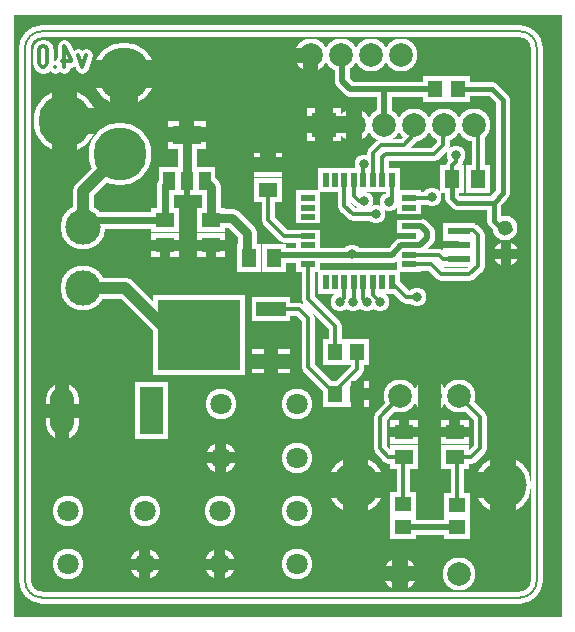
<source format=gbr>
%FSLAX34Y34*%
%MOMM*%
%LNCOPPER_BOTTOM*%
G71*
G01*
%ADD10C,5.300*%
%ADD11C,3.800*%
%ADD12C,2.800*%
%ADD13C,4.800*%
%ADD14C,1.118*%
%ADD15R,2.200X2.100*%
%ADD16R,2.400X2.100*%
%ADD17C,1.100*%
%ADD18C,2.800*%
%ADD19R,2.070X1.359*%
%ADD20R,1.359X2.070*%
%ADD21C,1.610*%
%ADD22C,1.300*%
%ADD23R,2.100X2.400*%
%ADD24R,2.700X1.400*%
%ADD25C,1.200*%
%ADD26C,2.100*%
%ADD27R,2.100X2.200*%
%ADD28R,7.800X6.800*%
%ADD29R,3.340X2.070*%
%ADD30R,1.800X2.400*%
%ADD31R,3.200X2.400*%
%ADD32C,1.600*%
%ADD33C,1.400*%
%ADD34C,1.000*%
%ADD35C,1.800*%
%ADD36C,2.600*%
%ADD37C,2.370*%
%ADD38C,2.145*%
%ADD39C,2.000*%
%ADD40C,1.320*%
%ADD41C,2.187*%
%ADD42C,2.147*%
%ADD43C,0.871*%
%ADD44C,1.260*%
%ADD45C,0.559*%
%ADD46C,1.447*%
%ADD47C,1.427*%
%ADD48C,0.600*%
%ADD49C,0.845*%
%ADD50C,1.232*%
%ADD51C,1.057*%
%ADD52C,0.500*%
%ADD53C,1.269*%
%ADD54C,0.930*%
%ADD55C,4.500*%
%ADD56C,3.000*%
%ADD57C,2.000*%
%ADD58C,4.000*%
%ADD59C,0.318*%
%ADD60R,1.400X1.300*%
%ADD61R,1.600X1.300*%
%ADD62C,0.300*%
%ADD63R,1.270X0.559*%
%ADD64R,0.559X1.270*%
%ADD65C,0.810*%
%ADD66R,1.300X1.600*%
%ADD67R,1.900X0.600*%
%ADD68C,0.400*%
%ADD69C,1.300*%
%ADD70R,1.300X1.400*%
%ADD71R,7.000X6.000*%
%ADD72R,2.540X1.270*%
%ADD73R,1.000X1.600*%
%ADD74R,2.400X1.600*%
%ADD75C,0.800*%
%ADD76C,0.200*%
%ADD77C,1.800*%
%LPD*%
G36*
X-9524Y493572D02*
X454476Y493572D01*
X454476Y-16428D01*
X-9524Y-16428D01*
X-9524Y493572D01*
G37*
%LPC*%
X80486Y375347D02*
G54D10*
D03*
X83661Y443609D02*
G54D10*
D03*
X48956Y262092D02*
G54D11*
D03*
X48956Y314092D02*
G54D11*
D03*
X33651Y403582D02*
G54D10*
D03*
X367517Y170289D02*
G54D12*
D03*
X317517Y170289D02*
G54D12*
D03*
X342517Y170289D02*
G54D12*
D03*
X367517Y20289D02*
G54D12*
D03*
X317517Y20289D02*
G54D12*
D03*
X405018Y95289D02*
G54D13*
D03*
X280018Y95289D02*
G54D13*
D03*
G54D14*
X51909Y459519D02*
X48354Y449519D01*
X44798Y459519D01*
G54D14*
X33243Y449519D02*
X33243Y467297D01*
X38576Y456185D01*
X38576Y453963D01*
X31465Y453963D01*
G54D14*
X25243Y449519D02*
X25243Y449519D01*
G54D14*
X11910Y463963D02*
X11910Y452852D01*
X12799Y450630D01*
X14577Y449519D01*
X16355Y449519D01*
X18132Y450630D01*
X19021Y452852D01*
X19021Y463963D01*
X18132Y466185D01*
X16355Y467297D01*
X14577Y467297D01*
X12799Y466185D01*
X11910Y463963D01*
X365702Y59406D02*
G54D15*
D03*
X365702Y78406D02*
G54D15*
D03*
X320061Y59803D02*
G54D15*
D03*
X320061Y78803D02*
G54D15*
D03*
X320855Y118938D02*
G54D16*
D03*
X320855Y140319D02*
G54D16*
D03*
X363718Y118938D02*
G54D16*
D03*
X363718Y140319D02*
G54D16*
D03*
G54D17*
X320061Y78803D02*
X320061Y118144D01*
X320855Y118938D01*
G54D18*
X31058Y168141D02*
X31058Y148141D01*
G36*
X121057Y182141D02*
X121057Y134141D01*
X93057Y134141D01*
X93057Y182141D01*
X121057Y182141D01*
G37*
X318254Y458963D02*
G54D12*
D03*
X292854Y458963D02*
G54D12*
D03*
X267454Y458963D02*
G54D12*
D03*
X242055Y458962D02*
G54D12*
D03*
X325442Y338218D02*
G54D19*
D03*
X325442Y330217D02*
G54D19*
D03*
X325443Y322216D02*
G54D19*
D03*
X325442Y314215D02*
G54D19*
D03*
X325443Y306214D02*
G54D19*
D03*
X325442Y298213D02*
G54D19*
D03*
X325442Y290212D02*
G54D19*
D03*
X325442Y282211D02*
G54D19*
D03*
X239590Y282211D02*
G54D19*
D03*
X239590Y290212D02*
G54D19*
D03*
X239590Y298213D02*
G54D19*
D03*
X239590Y306214D02*
G54D19*
D03*
X239591Y314215D02*
G54D19*
D03*
X239590Y322216D02*
G54D19*
D03*
X239590Y330217D02*
G54D19*
D03*
X239590Y338218D02*
G54D19*
D03*
X254526Y353153D02*
G54D20*
D03*
X262527Y353153D02*
G54D20*
D03*
X270528Y353153D02*
G54D20*
D03*
X278529Y353153D02*
G54D20*
D03*
X286530Y353153D02*
G54D20*
D03*
X294531Y353153D02*
G54D20*
D03*
X302532Y353153D02*
G54D20*
D03*
X310533Y353153D02*
G54D20*
D03*
X310533Y267301D02*
G54D20*
D03*
X302532Y267301D02*
G54D20*
D03*
X294531Y267301D02*
G54D20*
D03*
X286530Y267301D02*
G54D20*
D03*
X278529Y267301D02*
G54D20*
D03*
X270528Y267301D02*
G54D20*
D03*
X262527Y267301D02*
G54D20*
D03*
X254526Y267301D02*
G54D20*
D03*
G36*
X239180Y386214D02*
X239180Y414214D01*
X267180Y414214D01*
X267180Y386214D01*
X239180Y386214D01*
G37*
X278579Y400214D02*
G54D12*
D03*
X303980Y400213D02*
G54D12*
D03*
X329380Y400213D02*
G54D12*
D03*
X354780Y400213D02*
G54D12*
D03*
X380180Y400213D02*
G54D12*
D03*
X277246Y290580D02*
G54D21*
D03*
G54D22*
X329411Y314215D02*
X335685Y314215D01*
X340746Y309154D01*
X340746Y304059D01*
X334844Y298156D01*
X318572Y298156D01*
X310634Y290219D01*
X243559Y290212D01*
X361882Y354512D02*
G54D23*
D03*
X383263Y354512D02*
G54D23*
D03*
G54D17*
X383263Y354512D02*
X383263Y397130D01*
X380180Y400213D01*
X286771Y367177D02*
G54D21*
D03*
G54D17*
X286530Y353153D02*
X286530Y366936D01*
X286771Y367177D01*
G54D17*
X294531Y355137D02*
X294531Y376509D01*
X301506Y383484D01*
X320953Y383484D01*
X328890Y391422D01*
X328890Y400915D01*
X329380Y401403D01*
G54D17*
X302532Y350375D02*
X302532Y372604D01*
X305475Y375547D01*
X346353Y375547D01*
X354290Y383484D01*
X354290Y396946D01*
X354780Y397435D01*
X364558Y374718D02*
G54D21*
D03*
X367388Y286647D02*
G54D24*
D03*
X367388Y298553D02*
G54D24*
D03*
X367784Y310459D02*
G54D24*
D03*
G54D25*
X361882Y354512D02*
X361882Y338191D01*
X365800Y334272D01*
X396756Y334272D01*
X404694Y342210D01*
X404694Y421585D01*
X395566Y430713D01*
X366569Y430687D01*
G54D25*
X396756Y334272D02*
X396756Y319191D01*
X403900Y312047D01*
X410698Y312047D01*
X407074Y290616D02*
G54D26*
D03*
X406703Y312814D02*
G54D26*
D03*
X366569Y430687D02*
G54D27*
D03*
X347569Y430687D02*
G54D27*
D03*
X205808Y345088D02*
G54D16*
D03*
X205807Y366470D02*
G54D16*
D03*
X262378Y207924D02*
G54D27*
D03*
X281378Y207924D02*
G54D27*
D03*
X118336Y319551D02*
G54D16*
D03*
X118336Y298170D02*
G54D16*
D03*
X157428Y319551D02*
G54D16*
D03*
X157428Y298170D02*
G54D16*
D03*
X146964Y222187D02*
G54D28*
D03*
X208454Y244487D02*
G54D29*
D03*
X208454Y199986D02*
G54D29*
D03*
X281380Y172206D02*
G54D27*
D03*
X262380Y172206D02*
G54D27*
D03*
X152141Y352876D02*
G54D30*
D03*
X137042Y352876D02*
G54D30*
D03*
X121941Y352876D02*
G54D30*
D03*
X137042Y391776D02*
G54D31*
D03*
G54D32*
X137141Y359876D02*
X137141Y384876D01*
G54D33*
X118336Y319551D02*
X118336Y349270D01*
X121941Y352876D01*
G54D32*
X157428Y319551D02*
X157428Y347589D01*
X152141Y352876D01*
X189795Y287454D02*
G54D23*
D03*
X211176Y287454D02*
G54D23*
D03*
G54D34*
X14288Y479410D02*
X419085Y479412D01*
G54D34*
G75*
G01X14288Y479410D02*
G03X0Y465122I0J-14288D01*
G01*
G54D34*
G75*
G01X1Y14288D02*
G03X14289Y0I14288J0D01*
G01*
G54D34*
X0Y465122D02*
X1Y14288D01*
G54D34*
X14289Y0D02*
X419086Y0D01*
G54D34*
G75*
G01X419086Y0D02*
G03X433374Y14288I0J14288D01*
G01*
G54D34*
G75*
G01X433373Y465124D02*
G03X419085Y479412I-14288J0D01*
G01*
G54D34*
X433374Y14288D02*
X433373Y465124D01*
G54D35*
X48956Y307742D02*
X48956Y343816D01*
X77312Y372172D01*
G54D32*
X161956Y321226D02*
X175647Y321226D01*
X188120Y308754D01*
X188120Y289129D01*
X189795Y287454D01*
G54D17*
X365702Y78406D02*
X365702Y116953D01*
X363718Y118938D01*
G54D17*
X363718Y118938D02*
X377636Y118938D01*
X384997Y126299D01*
X384997Y152809D01*
X367517Y170289D01*
G54D17*
X321497Y118938D02*
X307579Y118938D01*
X300218Y126299D01*
X300218Y152809D01*
X317698Y170289D01*
X287338Y335741D02*
G54D21*
D03*
G54D22*
X347569Y430687D02*
X274942Y430687D01*
X268288Y437341D01*
X268288Y458129D01*
X267454Y458963D01*
G54D22*
X303980Y400213D02*
X303980Y428582D01*
X304801Y429404D01*
X296864Y324628D02*
G54D21*
D03*
G54D17*
X270528Y353153D02*
X270528Y331914D01*
X277814Y324628D01*
X296864Y324628D01*
G54D17*
X278529Y353153D02*
X278529Y339788D01*
X282576Y335741D01*
X288926Y335741D01*
G54D17*
X325442Y290212D02*
X350330Y290212D01*
X354014Y286528D01*
X367269Y286528D01*
X367388Y286647D01*
G54D17*
X325442Y282211D02*
X344044Y282211D01*
X352426Y273828D01*
X376223Y273828D01*
X383212Y280817D01*
X383212Y307336D01*
X379294Y311253D01*
X368578Y311253D01*
X367784Y310459D01*
X308247Y334509D02*
G54D21*
D03*
G54D17*
X310533Y353153D02*
X310533Y336795D01*
X308247Y334509D01*
G54D17*
X361882Y354512D02*
X361882Y365834D01*
X365126Y369078D01*
X365126Y374150D01*
X364558Y374718D01*
X344759Y339272D02*
G54D21*
D03*
G54D17*
X325442Y338218D02*
X343705Y338218D01*
X344759Y339272D01*
X266972Y250372D02*
G54D21*
D03*
X278084Y250372D02*
G54D21*
D03*
X289197Y250372D02*
G54D21*
D03*
X300309Y250372D02*
G54D21*
D03*
G54D17*
X270528Y267301D02*
X270528Y253928D01*
X266972Y250372D01*
G54D17*
X278529Y267301D02*
X278529Y250816D01*
X278084Y250372D01*
G54D17*
X286530Y267301D02*
X286530Y253039D01*
X289197Y250372D01*
G54D17*
X294531Y267301D02*
X294531Y256150D01*
X300309Y250372D01*
X331788Y254778D02*
G54D21*
D03*
G54D17*
X310533Y267301D02*
X310533Y266509D01*
X322264Y254778D01*
X331788Y254778D01*
X320061Y59803D02*
G54D21*
D03*
G54D22*
X320061Y59803D02*
X365305Y59803D01*
X365702Y59406D01*
X101537Y73010D02*
G54D36*
D03*
X36513Y73010D02*
G54D36*
D03*
X36513Y28001D02*
G54D36*
D03*
X101537Y28002D02*
G54D36*
D03*
X165100Y73010D02*
G54D36*
D03*
X230124Y73010D02*
G54D36*
D03*
X230124Y28001D02*
G54D36*
D03*
X165101Y28002D02*
G54D36*
D03*
X165562Y163468D02*
G54D36*
D03*
X230586Y163468D02*
G54D36*
D03*
X230586Y118459D02*
G54D36*
D03*
X165562Y118460D02*
G54D36*
D03*
G54D33*
X118336Y319551D02*
X54415Y319551D01*
X48956Y314092D01*
G54D35*
X48956Y262092D02*
X84834Y262092D01*
X124738Y222187D01*
G54D17*
X205808Y345088D02*
X205808Y319656D01*
X219075Y306388D01*
X239416Y306388D01*
X239590Y306214D01*
G54D22*
X239590Y290212D02*
X213934Y290212D01*
X211176Y287454D01*
G54D17*
X208454Y244487D02*
X231764Y244487D01*
X239712Y236538D01*
X239712Y194873D01*
X262380Y172206D01*
G54D17*
X262378Y207924D02*
X262378Y229748D01*
X239590Y252536D01*
X239590Y282211D01*
G54D17*
X262380Y172206D02*
X262380Y175068D01*
X280988Y193676D01*
X280988Y207533D01*
X281378Y207924D01*
%LPD*%
G54D37*
G36*
X83661Y455459D02*
X110661Y455459D01*
X110661Y431759D01*
X83661Y431759D01*
X83661Y455459D01*
G37*
G36*
X95511Y443609D02*
X95511Y416609D01*
X71811Y416609D01*
X71811Y443609D01*
X95511Y443609D01*
G37*
G36*
X83661Y431759D02*
X56661Y431759D01*
X56661Y455459D01*
X83661Y455459D01*
X83661Y431759D01*
G37*
G54D38*
G36*
X22926Y403582D02*
X22926Y430582D01*
X44376Y430582D01*
X44376Y403582D01*
X22926Y403582D01*
G37*
G36*
X33651Y414307D02*
X60651Y414307D01*
X60651Y392857D01*
X33651Y392857D01*
X33651Y414307D01*
G37*
G36*
X44376Y403582D02*
X44376Y376582D01*
X22926Y376582D01*
X22926Y403582D01*
X44376Y403582D01*
G37*
G54D39*
G36*
X352517Y170289D02*
X352517Y155789D01*
X332517Y155789D01*
X332517Y170289D01*
X352517Y170289D01*
G37*
G36*
X332517Y170289D02*
X332517Y184789D01*
X352517Y184789D01*
X352517Y170289D01*
X332517Y170289D01*
G37*
G54D40*
G36*
X324117Y20289D02*
X324117Y5789D01*
X310917Y5789D01*
X310917Y20289D01*
X324117Y20289D01*
G37*
G36*
X317517Y13689D02*
X303017Y13689D01*
X303017Y26889D01*
X317517Y26889D01*
X317517Y13689D01*
G37*
G36*
X310917Y20289D02*
X310917Y34789D01*
X324117Y34789D01*
X324117Y20289D01*
X310917Y20289D01*
G37*
G36*
X317517Y26889D02*
X332017Y26889D01*
X332017Y13689D01*
X317517Y13689D01*
X317517Y26889D01*
G37*
G54D41*
G36*
X415951Y95289D02*
X415951Y70789D01*
X394085Y70789D01*
X394085Y95289D01*
X415951Y95289D01*
G37*
G36*
X405018Y84355D02*
X380518Y84355D01*
X380518Y106222D01*
X405018Y106222D01*
X405018Y84355D01*
G37*
G36*
X394085Y95289D02*
X394085Y119789D01*
X415951Y119789D01*
X415951Y95289D01*
X394085Y95289D01*
G37*
G54D42*
G36*
X290752Y95289D02*
X290752Y70789D01*
X269285Y70789D01*
X269285Y95289D01*
X290752Y95289D01*
G37*
G36*
X280018Y84555D02*
X255518Y84555D01*
X255518Y106022D01*
X280018Y106022D01*
X280018Y84555D01*
G37*
G36*
X269285Y95289D02*
X269285Y119789D01*
X290752Y119789D01*
X290752Y95289D01*
X269285Y95289D01*
G37*
G36*
X280018Y106022D02*
X304518Y106022D01*
X304518Y84555D01*
X280018Y84555D01*
X280018Y106022D01*
G37*
G54D43*
G36*
X320855Y135964D02*
X308355Y135964D01*
X308355Y144674D01*
X320855Y144674D01*
X320855Y135964D01*
G37*
G36*
X316500Y140319D02*
X316500Y151319D01*
X325210Y151319D01*
X325210Y140319D01*
X316500Y140319D01*
G37*
G36*
X320855Y144674D02*
X333355Y144674D01*
X333355Y135964D01*
X320855Y135964D01*
X320855Y144674D01*
G37*
G54D43*
G36*
X363718Y135964D02*
X351218Y135964D01*
X351218Y144674D01*
X363718Y144674D01*
X363718Y135964D01*
G37*
G36*
X359362Y140319D02*
X359362Y151319D01*
X368072Y151319D01*
X368072Y140319D01*
X359362Y140319D01*
G37*
G36*
X363718Y144674D02*
X376218Y144674D01*
X376218Y135964D01*
X363718Y135964D01*
X363718Y144674D01*
G37*
G54D25*
G36*
X31058Y164141D02*
X45558Y164141D01*
X45558Y152141D01*
X31058Y152141D01*
X31058Y164141D01*
G37*
G36*
X37058Y158141D02*
X37058Y133641D01*
X25058Y133641D01*
X25058Y158141D01*
X37058Y158141D01*
G37*
G36*
X31058Y152141D02*
X16558Y152141D01*
X16558Y164141D01*
X31058Y164141D01*
X31058Y152141D01*
G37*
G36*
X25058Y158141D02*
X25058Y182641D01*
X37058Y182641D01*
X37058Y158141D01*
X25058Y158141D01*
G37*
G54D44*
G36*
X248355Y458962D02*
X248355Y444462D01*
X235755Y444462D01*
X235755Y458962D01*
X248355Y458962D01*
G37*
G36*
X242055Y452662D02*
X227555Y452662D01*
X227555Y465262D01*
X242055Y465262D01*
X242055Y452662D01*
G37*
G54D45*
G36*
X325443Y319422D02*
X314593Y319422D01*
X314593Y325010D01*
X325443Y325010D01*
X325443Y319422D01*
G37*
G36*
X325443Y325010D02*
X336293Y325010D01*
X336293Y319422D01*
X325443Y319422D01*
X325443Y325010D01*
G37*
G54D45*
G36*
X325443Y303420D02*
X314593Y303420D01*
X314593Y309008D01*
X325443Y309008D01*
X325443Y303420D01*
G37*
G54D45*
G36*
X239591Y311421D02*
X228741Y311421D01*
X228741Y317009D01*
X239591Y317009D01*
X239591Y311421D01*
G37*
G36*
X239591Y317009D02*
X250441Y317009D01*
X250441Y311421D01*
X239591Y311421D01*
X239591Y317009D01*
G37*
G54D46*
G36*
X253180Y392980D02*
X238680Y392980D01*
X238680Y407447D01*
X253180Y407447D01*
X253180Y392980D01*
G37*
G36*
X245947Y400214D02*
X245947Y414714D01*
X260413Y414714D01*
X260413Y400214D01*
X245947Y400214D01*
G37*
G36*
X253180Y407447D02*
X267680Y407447D01*
X267680Y392980D01*
X253180Y392980D01*
X253180Y407447D01*
G37*
G36*
X260413Y400214D02*
X260413Y385714D01*
X245947Y385714D01*
X245947Y400214D01*
X260413Y400214D01*
G37*
G54D47*
G36*
X278579Y393080D02*
X264079Y393080D01*
X264079Y407347D01*
X278579Y407347D01*
X278579Y393080D01*
G37*
G36*
X271445Y400214D02*
X271445Y414714D01*
X285712Y414714D01*
X285712Y400214D01*
X271445Y400214D01*
G37*
G36*
X285712Y400214D02*
X285712Y385714D01*
X271445Y385714D01*
X271445Y400214D01*
X285712Y400214D01*
G37*
G54D48*
G36*
X367388Y295553D02*
X353388Y295553D01*
X353388Y301553D01*
X367388Y301553D01*
X367388Y295553D01*
G37*
G54D49*
G36*
X407074Y286391D02*
X396074Y286391D01*
X396074Y294841D01*
X407074Y294841D01*
X407074Y286391D01*
G37*
G36*
X402850Y290616D02*
X402850Y301616D01*
X411300Y301616D01*
X411300Y290616D01*
X402850Y290616D01*
G37*
G36*
X407074Y294841D02*
X418074Y294841D01*
X418074Y286391D01*
X407074Y286391D01*
X407074Y294841D01*
G37*
G36*
X411300Y290616D02*
X411300Y279616D01*
X402850Y279616D01*
X402850Y290616D01*
X411300Y290616D01*
G37*
G54D22*
G36*
X205807Y359970D02*
X193307Y359970D01*
X193307Y372970D01*
X205807Y372970D01*
X205807Y359970D01*
G37*
G36*
X199307Y366470D02*
X199307Y377470D01*
X212307Y377470D01*
X212307Y366470D01*
X199307Y366470D01*
G37*
G36*
X205807Y372970D02*
X218307Y372970D01*
X218307Y359970D01*
X205807Y359970D01*
X205807Y372970D01*
G37*
G54D43*
G36*
X118336Y302525D02*
X130836Y302525D01*
X130836Y293815D01*
X118336Y293815D01*
X118336Y302525D01*
G37*
G36*
X122691Y298170D02*
X122691Y287170D01*
X113981Y287170D01*
X113981Y298170D01*
X122691Y298170D01*
G37*
G36*
X118336Y293815D02*
X105836Y293815D01*
X105836Y302525D01*
X118336Y302525D01*
X118336Y293815D01*
G37*
G54D43*
G36*
X157428Y302524D02*
X169928Y302524D01*
X169928Y293814D01*
X157428Y293814D01*
X157428Y302524D01*
G37*
G36*
X161782Y298170D02*
X161782Y287170D01*
X153072Y287170D01*
X153072Y298170D01*
X161782Y298170D01*
G37*
G36*
X157428Y293814D02*
X144928Y293814D01*
X144928Y302524D01*
X157428Y302524D01*
X157428Y293814D01*
G37*
G54D50*
G36*
X214614Y199986D02*
X214614Y189136D01*
X202295Y189136D01*
X202295Y199986D01*
X214614Y199986D01*
G37*
G36*
X208454Y193827D02*
X191254Y193827D01*
X191254Y206146D01*
X208454Y206146D01*
X208454Y193827D01*
G37*
G36*
X202295Y199986D02*
X202295Y210836D01*
X214614Y210836D01*
X214614Y199986D01*
X202295Y199986D01*
G37*
G36*
X208454Y206146D02*
X225654Y206146D01*
X225654Y193827D01*
X208454Y193827D01*
X208454Y206146D01*
G37*
G54D51*
G36*
X286666Y172206D02*
X286666Y160706D01*
X276093Y160706D01*
X276093Y172206D01*
X286666Y172206D01*
G37*
G36*
X276093Y172206D02*
X276093Y183706D01*
X286666Y183706D01*
X286666Y172206D01*
X276093Y172206D01*
G37*
G36*
X281380Y177492D02*
X292380Y177492D01*
X292380Y166920D01*
X281380Y166920D01*
X281380Y177492D01*
G37*
G54D52*
G36*
X139542Y352876D02*
X139542Y340376D01*
X134542Y340376D01*
X134542Y352876D01*
X139542Y352876D01*
G37*
G36*
X134542Y352876D02*
X134542Y365376D01*
X139542Y365376D01*
X139542Y352876D01*
X134542Y352876D01*
G37*
G54D53*
G36*
X137042Y385429D02*
X120542Y385429D01*
X120542Y398122D01*
X137042Y398122D01*
X137042Y385429D01*
G37*
G36*
X130695Y391776D02*
X130695Y404276D01*
X143388Y404276D01*
X143388Y391776D01*
X130695Y391776D01*
G37*
G36*
X137042Y398122D02*
X153542Y398122D01*
X153542Y385429D01*
X137042Y385429D01*
X137042Y398122D01*
G37*
G54D54*
G36*
X106187Y28002D02*
X106187Y14502D01*
X96887Y14502D01*
X96887Y28002D01*
X106187Y28002D01*
G37*
G36*
X101537Y23352D02*
X88037Y23352D01*
X88037Y32652D01*
X101537Y32652D01*
X101537Y23352D01*
G37*
G36*
X96887Y28002D02*
X96887Y41502D01*
X106187Y41502D01*
X106187Y28002D01*
X96887Y28002D01*
G37*
G36*
X101537Y32652D02*
X115037Y32652D01*
X115037Y23352D01*
X101537Y23352D01*
X101537Y32652D01*
G37*
G54D54*
G36*
X160451Y28002D02*
X160451Y41502D01*
X169751Y41502D01*
X169751Y28002D01*
X160451Y28002D01*
G37*
G36*
X165101Y32652D02*
X178601Y32652D01*
X178601Y23352D01*
X165101Y23352D01*
X165101Y32652D01*
G37*
G36*
X169751Y28002D02*
X169751Y14502D01*
X160451Y14502D01*
X160451Y28002D01*
X169751Y28002D01*
G37*
G36*
X165101Y23352D02*
X151601Y23352D01*
X151601Y32652D01*
X165101Y32652D01*
X165101Y23352D01*
G37*
G54D54*
G36*
X160912Y118460D02*
X160912Y131960D01*
X170212Y131960D01*
X170212Y118460D01*
X160912Y118460D01*
G37*
G36*
X165562Y123110D02*
X179062Y123110D01*
X179062Y113810D01*
X165562Y113810D01*
X165562Y123110D01*
G37*
G36*
X170212Y118460D02*
X170212Y104960D01*
X160912Y104960D01*
X160912Y118460D01*
X170212Y118460D01*
G37*
G36*
X165562Y113810D02*
X152062Y113810D01*
X152062Y123110D01*
X165562Y123110D01*
X165562Y113810D01*
G37*
X80486Y375347D02*
G54D55*
D03*
X83661Y443609D02*
G54D55*
D03*
X48956Y262092D02*
G54D56*
D03*
X48956Y314092D02*
G54D56*
D03*
X33651Y403582D02*
G54D55*
D03*
X367517Y170289D02*
G54D57*
D03*
X317517Y170289D02*
G54D57*
D03*
X342517Y170289D02*
G54D57*
D03*
X367517Y20289D02*
G54D57*
D03*
X317517Y20289D02*
G54D57*
D03*
X405018Y95289D02*
G54D58*
D03*
X280018Y95289D02*
G54D58*
D03*
G54D59*
X51909Y459519D02*
X48354Y449519D01*
X44798Y459519D01*
G54D59*
X33243Y449519D02*
X33243Y467297D01*
X38576Y456185D01*
X38576Y453963D01*
X31465Y453963D01*
G54D59*
X25243Y449519D02*
X25243Y449519D01*
G54D59*
X11910Y463963D02*
X11910Y452852D01*
X12799Y450630D01*
X14577Y449519D01*
X16355Y449519D01*
X18132Y450630D01*
X19021Y452852D01*
X19021Y463963D01*
X18132Y466185D01*
X16355Y467297D01*
X14577Y467297D01*
X12799Y466185D01*
X11910Y463963D01*
X365702Y59406D02*
G54D60*
D03*
X365702Y78406D02*
G54D60*
D03*
X320061Y59803D02*
G54D60*
D03*
X320061Y78803D02*
G54D60*
D03*
X320855Y118938D02*
G54D61*
D03*
X320855Y140319D02*
G54D61*
D03*
X363718Y118938D02*
G54D61*
D03*
X363718Y140319D02*
G54D61*
D03*
G54D62*
X320061Y78803D02*
X320061Y118144D01*
X320855Y118938D01*
G54D39*
X31058Y168141D02*
X31058Y148141D01*
G36*
X117057Y178141D02*
X117057Y138141D01*
X97057Y138141D01*
X97057Y178141D01*
X117057Y178141D01*
G37*
X318254Y458963D02*
G54D57*
D03*
X292854Y458963D02*
G54D57*
D03*
X267454Y458963D02*
G54D57*
D03*
X242055Y458962D02*
G54D57*
D03*
X325442Y338218D02*
G54D63*
D03*
X325442Y330217D02*
G54D63*
D03*
X325443Y322216D02*
G54D63*
D03*
X325442Y314215D02*
G54D63*
D03*
X325443Y306214D02*
G54D63*
D03*
X325442Y298213D02*
G54D63*
D03*
X325442Y290212D02*
G54D63*
D03*
X325442Y282211D02*
G54D63*
D03*
X239590Y282211D02*
G54D63*
D03*
X239590Y290212D02*
G54D63*
D03*
X239590Y298213D02*
G54D63*
D03*
X239590Y306214D02*
G54D63*
D03*
X239591Y314215D02*
G54D63*
D03*
X239590Y322216D02*
G54D63*
D03*
X239590Y330217D02*
G54D63*
D03*
X239590Y338218D02*
G54D63*
D03*
X254526Y353153D02*
G54D64*
D03*
X262527Y353153D02*
G54D64*
D03*
X270528Y353153D02*
G54D64*
D03*
X278529Y353153D02*
G54D64*
D03*
X286530Y353153D02*
G54D64*
D03*
X294531Y353153D02*
G54D64*
D03*
X302532Y353153D02*
G54D64*
D03*
X310533Y353153D02*
G54D64*
D03*
X310533Y267301D02*
G54D64*
D03*
X302532Y267301D02*
G54D64*
D03*
X294531Y267301D02*
G54D64*
D03*
X286530Y267301D02*
G54D64*
D03*
X278529Y267301D02*
G54D64*
D03*
X270528Y267301D02*
G54D64*
D03*
X262527Y267301D02*
G54D64*
D03*
X254526Y267301D02*
G54D64*
D03*
G36*
X243180Y390214D02*
X243180Y410214D01*
X263180Y410214D01*
X263180Y390214D01*
X243180Y390214D01*
G37*
X278579Y400214D02*
G54D57*
D03*
X303980Y400213D02*
G54D57*
D03*
X329380Y400213D02*
G54D57*
D03*
X354780Y400213D02*
G54D57*
D03*
X380180Y400213D02*
G54D57*
D03*
X277246Y290580D02*
G54D65*
D03*
G54D52*
X329411Y314215D02*
X335685Y314215D01*
X340746Y309154D01*
X340746Y304059D01*
X334844Y298156D01*
X318572Y298156D01*
X310634Y290219D01*
X243559Y290212D01*
X361882Y354512D02*
G54D66*
D03*
X383263Y354512D02*
G54D66*
D03*
G54D62*
X383263Y354512D02*
X383263Y397130D01*
X380180Y400213D01*
X286771Y367177D02*
G54D65*
D03*
G54D62*
X286530Y353153D02*
X286530Y366936D01*
X286771Y367177D01*
G54D62*
X294531Y355137D02*
X294531Y376509D01*
X301506Y383484D01*
X320953Y383484D01*
X328890Y391422D01*
X328890Y400915D01*
X329380Y401403D01*
G54D62*
X302532Y350375D02*
X302532Y372604D01*
X305475Y375547D01*
X346353Y375547D01*
X354290Y383484D01*
X354290Y396946D01*
X354780Y397435D01*
X364558Y374718D02*
G54D65*
D03*
X367388Y286647D02*
G54D67*
D03*
X367388Y298553D02*
G54D67*
D03*
X367784Y310459D02*
G54D67*
D03*
G54D68*
X361882Y354512D02*
X361882Y338191D01*
X365800Y334272D01*
X396756Y334272D01*
X404694Y342210D01*
X404694Y421585D01*
X395566Y430713D01*
X366569Y430687D01*
G54D68*
X396756Y334272D02*
X396756Y319191D01*
X403900Y312047D01*
X410698Y312047D01*
X407074Y290616D02*
G54D69*
D03*
X406703Y312814D02*
G54D69*
D03*
X366569Y430687D02*
G54D70*
D03*
X347569Y430687D02*
G54D70*
D03*
X205808Y345088D02*
G54D61*
D03*
X205807Y366470D02*
G54D61*
D03*
X262378Y207924D02*
G54D70*
D03*
X281378Y207924D02*
G54D70*
D03*
X118336Y319551D02*
G54D61*
D03*
X118336Y298170D02*
G54D61*
D03*
X157428Y319551D02*
G54D61*
D03*
X157428Y298170D02*
G54D61*
D03*
X146964Y222187D02*
G54D71*
D03*
X208454Y244487D02*
G54D72*
D03*
X208454Y199986D02*
G54D72*
D03*
X281380Y172206D02*
G54D70*
D03*
X262380Y172206D02*
G54D70*
D03*
X152141Y352876D02*
G54D73*
D03*
X137042Y352876D02*
G54D73*
D03*
X121941Y352876D02*
G54D73*
D03*
X137042Y391776D02*
G54D74*
D03*
G54D75*
X137141Y359876D02*
X137141Y384876D01*
G54D48*
X118336Y319551D02*
X118336Y349270D01*
X121941Y352876D01*
G54D75*
X157428Y319551D02*
X157428Y347589D01*
X152141Y352876D01*
X189795Y287454D02*
G54D66*
D03*
X211176Y287454D02*
G54D66*
D03*
G54D76*
X14288Y479410D02*
X419085Y479412D01*
G54D76*
G75*
G01X14288Y479410D02*
G03X0Y465122I0J-14288D01*
G01*
G54D76*
G75*
G01X1Y14288D02*
G03X14289Y0I14288J0D01*
G01*
G54D76*
X0Y465122D02*
X1Y14288D01*
G54D76*
X14289Y0D02*
X419086Y0D01*
G54D76*
G75*
G01X419086Y0D02*
G03X433374Y14288I0J14288D01*
G01*
G54D76*
G75*
G01X433373Y465124D02*
G03X419085Y479412I-14288J0D01*
G01*
G54D76*
X433374Y14288D02*
X433373Y465124D01*
G54D34*
X48956Y307742D02*
X48956Y343816D01*
X77312Y372172D01*
G54D75*
X161956Y321226D02*
X175647Y321226D01*
X188120Y308754D01*
X188120Y289129D01*
X189795Y287454D01*
G54D62*
X365702Y78406D02*
X365702Y116953D01*
X363718Y118938D01*
G54D62*
X363718Y118938D02*
X377636Y118938D01*
X384997Y126299D01*
X384997Y152809D01*
X367517Y170289D01*
G54D62*
X321497Y118938D02*
X307579Y118938D01*
X300218Y126299D01*
X300218Y152809D01*
X317698Y170289D01*
X287338Y335741D02*
G54D65*
D03*
G54D52*
X347569Y430687D02*
X274942Y430687D01*
X268288Y437341D01*
X268288Y458129D01*
X267454Y458963D01*
G54D52*
X303980Y400213D02*
X303980Y428582D01*
X304801Y429404D01*
X296864Y324628D02*
G54D65*
D03*
G54D62*
X270528Y353153D02*
X270528Y331914D01*
X277814Y324628D01*
X296864Y324628D01*
G54D62*
X278529Y353153D02*
X278529Y339788D01*
X282576Y335741D01*
X288926Y335741D01*
G54D62*
X325442Y290212D02*
X350330Y290212D01*
X354014Y286528D01*
X367269Y286528D01*
X367388Y286647D01*
G54D62*
X325442Y282211D02*
X344044Y282211D01*
X352426Y273828D01*
X376223Y273828D01*
X383212Y280817D01*
X383212Y307336D01*
X379294Y311253D01*
X368578Y311253D01*
X367784Y310459D01*
X308247Y334509D02*
G54D65*
D03*
G54D62*
X310533Y353153D02*
X310533Y336795D01*
X308247Y334509D01*
G54D62*
X361882Y354512D02*
X361882Y365834D01*
X365126Y369078D01*
X365126Y374150D01*
X364558Y374718D01*
X344759Y339272D02*
G54D65*
D03*
G54D62*
X325442Y338218D02*
X343705Y338218D01*
X344759Y339272D01*
X266972Y250372D02*
G54D65*
D03*
X278084Y250372D02*
G54D65*
D03*
X289197Y250372D02*
G54D65*
D03*
X300309Y250372D02*
G54D65*
D03*
G54D62*
X270528Y267301D02*
X270528Y253928D01*
X266972Y250372D01*
G54D62*
X278529Y267301D02*
X278529Y250816D01*
X278084Y250372D01*
G54D62*
X286530Y267301D02*
X286530Y253039D01*
X289197Y250372D01*
G54D62*
X294531Y267301D02*
X294531Y256150D01*
X300309Y250372D01*
X331788Y254778D02*
G54D65*
D03*
G54D62*
X310533Y267301D02*
X310533Y266509D01*
X322264Y254778D01*
X331788Y254778D01*
X320061Y59803D02*
G54D65*
D03*
G54D52*
X320061Y59803D02*
X365305Y59803D01*
X365702Y59406D01*
X101537Y73010D02*
G54D77*
D03*
X36513Y73010D02*
G54D77*
D03*
X36513Y28001D02*
G54D77*
D03*
X101537Y28002D02*
G54D77*
D03*
X165100Y73010D02*
G54D77*
D03*
X230124Y73010D02*
G54D77*
D03*
X230124Y28001D02*
G54D77*
D03*
X165101Y28002D02*
G54D77*
D03*
X165562Y163468D02*
G54D77*
D03*
X230586Y163468D02*
G54D77*
D03*
X230586Y118459D02*
G54D77*
D03*
X165562Y118460D02*
G54D77*
D03*
G54D48*
X118336Y319551D02*
X54415Y319551D01*
X48956Y314092D01*
G54D34*
X48956Y262092D02*
X84834Y262092D01*
X124738Y222187D01*
G54D62*
X205808Y345088D02*
X205808Y319656D01*
X219075Y306388D01*
X239416Y306388D01*
X239590Y306214D01*
G54D52*
X239590Y290212D02*
X213934Y290212D01*
X211176Y287454D01*
G54D62*
X208454Y244487D02*
X231764Y244487D01*
X239712Y236538D01*
X239712Y194873D01*
X262380Y172206D01*
G54D62*
X262378Y207924D02*
X262378Y229748D01*
X239590Y252536D01*
X239590Y282211D01*
G54D62*
X262380Y172206D02*
X262380Y175068D01*
X280988Y193676D01*
X280988Y207533D01*
X281378Y207924D01*
M02*

</source>
